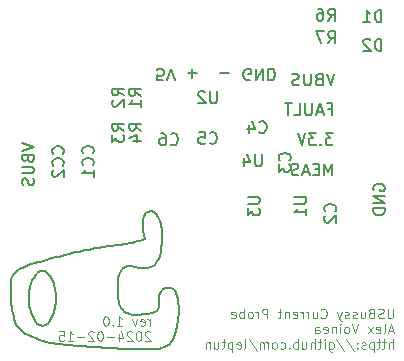
<source format=gbo>
G04 #@! TF.GenerationSoftware,KiCad,Pcbnew,7.0.9*
G04 #@! TF.CreationDate,2024-02-16T12:23:22+01:00*
G04 #@! TF.ProjectId,USBussy_Current_Probe,55534275-7373-4795-9f43-757272656e74,1.0*
G04 #@! TF.SameCoordinates,Original*
G04 #@! TF.FileFunction,Legend,Bot*
G04 #@! TF.FilePolarity,Positive*
%FSLAX46Y46*%
G04 Gerber Fmt 4.6, Leading zero omitted, Abs format (unit mm)*
G04 Created by KiCad (PCBNEW 7.0.9) date 2024-02-16 12:23:22*
%MOMM*%
%LPD*%
G01*
G04 APERTURE LIST*
%ADD10C,0.150000*%
%ADD11C,0.120000*%
%ADD12C,0.200000*%
%ADD13R,1.700000X1.700000*%
%ADD14O,1.700000X1.700000*%
%ADD15C,0.650000*%
%ADD16C,1.545000*%
%ADD17C,3.570000*%
G04 APERTURE END LIST*
D10*
X60259238Y-74012588D02*
X60211619Y-73917350D01*
X60211619Y-73917350D02*
X60211619Y-73774493D01*
X60211619Y-73774493D02*
X60259238Y-73631636D01*
X60259238Y-73631636D02*
X60354476Y-73536398D01*
X60354476Y-73536398D02*
X60449714Y-73488779D01*
X60449714Y-73488779D02*
X60640190Y-73441160D01*
X60640190Y-73441160D02*
X60783047Y-73441160D01*
X60783047Y-73441160D02*
X60973523Y-73488779D01*
X60973523Y-73488779D02*
X61068761Y-73536398D01*
X61068761Y-73536398D02*
X61164000Y-73631636D01*
X61164000Y-73631636D02*
X61211619Y-73774493D01*
X61211619Y-73774493D02*
X61211619Y-73869731D01*
X61211619Y-73869731D02*
X61164000Y-74012588D01*
X61164000Y-74012588D02*
X61116380Y-74060207D01*
X61116380Y-74060207D02*
X60783047Y-74060207D01*
X60783047Y-74060207D02*
X60783047Y-73869731D01*
X61211619Y-74488779D02*
X60211619Y-74488779D01*
X60211619Y-74488779D02*
X61211619Y-75060207D01*
X61211619Y-75060207D02*
X60211619Y-75060207D01*
X61211619Y-75536398D02*
X60211619Y-75536398D01*
X60211619Y-75536398D02*
X60211619Y-75774493D01*
X60211619Y-75774493D02*
X60259238Y-75917350D01*
X60259238Y-75917350D02*
X60354476Y-76012588D01*
X60354476Y-76012588D02*
X60449714Y-76060207D01*
X60449714Y-76060207D02*
X60640190Y-76107826D01*
X60640190Y-76107826D02*
X60783047Y-76107826D01*
X60783047Y-76107826D02*
X60973523Y-76060207D01*
X60973523Y-76060207D02*
X61068761Y-76012588D01*
X61068761Y-76012588D02*
X61164000Y-75917350D01*
X61164000Y-75917350D02*
X61211619Y-75774493D01*
X61211619Y-75774493D02*
X61211619Y-75536398D01*
X56762420Y-72743219D02*
X56762420Y-71743219D01*
X56762420Y-71743219D02*
X56429087Y-72457504D01*
X56429087Y-72457504D02*
X56095754Y-71743219D01*
X56095754Y-71743219D02*
X56095754Y-72743219D01*
X55619563Y-72219409D02*
X55286230Y-72219409D01*
X55143373Y-72743219D02*
X55619563Y-72743219D01*
X55619563Y-72743219D02*
X55619563Y-71743219D01*
X55619563Y-71743219D02*
X55143373Y-71743219D01*
X54762420Y-72457504D02*
X54286230Y-72457504D01*
X54857658Y-72743219D02*
X54524325Y-71743219D01*
X54524325Y-71743219D02*
X54190992Y-72743219D01*
X53905277Y-72695600D02*
X53762420Y-72743219D01*
X53762420Y-72743219D02*
X53524325Y-72743219D01*
X53524325Y-72743219D02*
X53429087Y-72695600D01*
X53429087Y-72695600D02*
X53381468Y-72647980D01*
X53381468Y-72647980D02*
X53333849Y-72552742D01*
X53333849Y-72552742D02*
X53333849Y-72457504D01*
X53333849Y-72457504D02*
X53381468Y-72362266D01*
X53381468Y-72362266D02*
X53429087Y-72314647D01*
X53429087Y-72314647D02*
X53524325Y-72267028D01*
X53524325Y-72267028D02*
X53714801Y-72219409D01*
X53714801Y-72219409D02*
X53810039Y-72171790D01*
X53810039Y-72171790D02*
X53857658Y-72124171D01*
X53857658Y-72124171D02*
X53905277Y-72028933D01*
X53905277Y-72028933D02*
X53905277Y-71933695D01*
X53905277Y-71933695D02*
X53857658Y-71838457D01*
X53857658Y-71838457D02*
X53810039Y-71790838D01*
X53810039Y-71790838D02*
X53714801Y-71743219D01*
X53714801Y-71743219D02*
X53476706Y-71743219D01*
X53476706Y-71743219D02*
X53333849Y-71790838D01*
X56832258Y-69177819D02*
X56213211Y-69177819D01*
X56213211Y-69177819D02*
X56546544Y-69558771D01*
X56546544Y-69558771D02*
X56403687Y-69558771D01*
X56403687Y-69558771D02*
X56308449Y-69606390D01*
X56308449Y-69606390D02*
X56260830Y-69654009D01*
X56260830Y-69654009D02*
X56213211Y-69749247D01*
X56213211Y-69749247D02*
X56213211Y-69987342D01*
X56213211Y-69987342D02*
X56260830Y-70082580D01*
X56260830Y-70082580D02*
X56308449Y-70130200D01*
X56308449Y-70130200D02*
X56403687Y-70177819D01*
X56403687Y-70177819D02*
X56689401Y-70177819D01*
X56689401Y-70177819D02*
X56784639Y-70130200D01*
X56784639Y-70130200D02*
X56832258Y-70082580D01*
X55784639Y-70082580D02*
X55737020Y-70130200D01*
X55737020Y-70130200D02*
X55784639Y-70177819D01*
X55784639Y-70177819D02*
X55832258Y-70130200D01*
X55832258Y-70130200D02*
X55784639Y-70082580D01*
X55784639Y-70082580D02*
X55784639Y-70177819D01*
X55403687Y-69177819D02*
X54784640Y-69177819D01*
X54784640Y-69177819D02*
X55117973Y-69558771D01*
X55117973Y-69558771D02*
X54975116Y-69558771D01*
X54975116Y-69558771D02*
X54879878Y-69606390D01*
X54879878Y-69606390D02*
X54832259Y-69654009D01*
X54832259Y-69654009D02*
X54784640Y-69749247D01*
X54784640Y-69749247D02*
X54784640Y-69987342D01*
X54784640Y-69987342D02*
X54832259Y-70082580D01*
X54832259Y-70082580D02*
X54879878Y-70130200D01*
X54879878Y-70130200D02*
X54975116Y-70177819D01*
X54975116Y-70177819D02*
X55260830Y-70177819D01*
X55260830Y-70177819D02*
X55356068Y-70130200D01*
X55356068Y-70130200D02*
X55403687Y-70082580D01*
X54498925Y-69177819D02*
X54165592Y-70177819D01*
X54165592Y-70177819D02*
X53832259Y-69177819D01*
X56429087Y-67114009D02*
X56762420Y-67114009D01*
X56762420Y-67637819D02*
X56762420Y-66637819D01*
X56762420Y-66637819D02*
X56286230Y-66637819D01*
X55952896Y-67352104D02*
X55476706Y-67352104D01*
X56048134Y-67637819D02*
X55714801Y-66637819D01*
X55714801Y-66637819D02*
X55381468Y-67637819D01*
X55048134Y-66637819D02*
X55048134Y-67447342D01*
X55048134Y-67447342D02*
X55000515Y-67542580D01*
X55000515Y-67542580D02*
X54952896Y-67590200D01*
X54952896Y-67590200D02*
X54857658Y-67637819D01*
X54857658Y-67637819D02*
X54667182Y-67637819D01*
X54667182Y-67637819D02*
X54571944Y-67590200D01*
X54571944Y-67590200D02*
X54524325Y-67542580D01*
X54524325Y-67542580D02*
X54476706Y-67447342D01*
X54476706Y-67447342D02*
X54476706Y-66637819D01*
X53524325Y-67637819D02*
X54000515Y-67637819D01*
X54000515Y-67637819D02*
X54000515Y-66637819D01*
X53333848Y-66637819D02*
X52762420Y-66637819D01*
X53048134Y-67637819D02*
X53048134Y-66637819D01*
X56956077Y-64123219D02*
X56622744Y-65123219D01*
X56622744Y-65123219D02*
X56289411Y-64123219D01*
X55622744Y-64599409D02*
X55479887Y-64647028D01*
X55479887Y-64647028D02*
X55432268Y-64694647D01*
X55432268Y-64694647D02*
X55384649Y-64789885D01*
X55384649Y-64789885D02*
X55384649Y-64932742D01*
X55384649Y-64932742D02*
X55432268Y-65027980D01*
X55432268Y-65027980D02*
X55479887Y-65075600D01*
X55479887Y-65075600D02*
X55575125Y-65123219D01*
X55575125Y-65123219D02*
X55956077Y-65123219D01*
X55956077Y-65123219D02*
X55956077Y-64123219D01*
X55956077Y-64123219D02*
X55622744Y-64123219D01*
X55622744Y-64123219D02*
X55527506Y-64170838D01*
X55527506Y-64170838D02*
X55479887Y-64218457D01*
X55479887Y-64218457D02*
X55432268Y-64313695D01*
X55432268Y-64313695D02*
X55432268Y-64408933D01*
X55432268Y-64408933D02*
X55479887Y-64504171D01*
X55479887Y-64504171D02*
X55527506Y-64551790D01*
X55527506Y-64551790D02*
X55622744Y-64599409D01*
X55622744Y-64599409D02*
X55956077Y-64599409D01*
X54956077Y-64123219D02*
X54956077Y-64932742D01*
X54956077Y-64932742D02*
X54908458Y-65027980D01*
X54908458Y-65027980D02*
X54860839Y-65075600D01*
X54860839Y-65075600D02*
X54765601Y-65123219D01*
X54765601Y-65123219D02*
X54575125Y-65123219D01*
X54575125Y-65123219D02*
X54479887Y-65075600D01*
X54479887Y-65075600D02*
X54432268Y-65027980D01*
X54432268Y-65027980D02*
X54384649Y-64932742D01*
X54384649Y-64932742D02*
X54384649Y-64123219D01*
X53956077Y-65075600D02*
X53813220Y-65123219D01*
X53813220Y-65123219D02*
X53575125Y-65123219D01*
X53575125Y-65123219D02*
X53479887Y-65075600D01*
X53479887Y-65075600D02*
X53432268Y-65027980D01*
X53432268Y-65027980D02*
X53384649Y-64932742D01*
X53384649Y-64932742D02*
X53384649Y-64837504D01*
X53384649Y-64837504D02*
X53432268Y-64742266D01*
X53432268Y-64742266D02*
X53479887Y-64694647D01*
X53479887Y-64694647D02*
X53575125Y-64647028D01*
X53575125Y-64647028D02*
X53765601Y-64599409D01*
X53765601Y-64599409D02*
X53860839Y-64551790D01*
X53860839Y-64551790D02*
X53908458Y-64504171D01*
X53908458Y-64504171D02*
X53956077Y-64408933D01*
X53956077Y-64408933D02*
X53956077Y-64313695D01*
X53956077Y-64313695D02*
X53908458Y-64218457D01*
X53908458Y-64218457D02*
X53860839Y-64170838D01*
X53860839Y-64170838D02*
X53765601Y-64123219D01*
X53765601Y-64123219D02*
X53527506Y-64123219D01*
X53527506Y-64123219D02*
X53384649Y-64170838D01*
X36503780Y-70885133D02*
X36551400Y-70837514D01*
X36551400Y-70837514D02*
X36599019Y-70694657D01*
X36599019Y-70694657D02*
X36599019Y-70599419D01*
X36599019Y-70599419D02*
X36551400Y-70456562D01*
X36551400Y-70456562D02*
X36456161Y-70361324D01*
X36456161Y-70361324D02*
X36360923Y-70313705D01*
X36360923Y-70313705D02*
X36170447Y-70266086D01*
X36170447Y-70266086D02*
X36027590Y-70266086D01*
X36027590Y-70266086D02*
X35837114Y-70313705D01*
X35837114Y-70313705D02*
X35741876Y-70361324D01*
X35741876Y-70361324D02*
X35646638Y-70456562D01*
X35646638Y-70456562D02*
X35599019Y-70599419D01*
X35599019Y-70599419D02*
X35599019Y-70694657D01*
X35599019Y-70694657D02*
X35646638Y-70837514D01*
X35646638Y-70837514D02*
X35694257Y-70885133D01*
X36503780Y-71885133D02*
X36551400Y-71837514D01*
X36551400Y-71837514D02*
X36599019Y-71694657D01*
X36599019Y-71694657D02*
X36599019Y-71599419D01*
X36599019Y-71599419D02*
X36551400Y-71456562D01*
X36551400Y-71456562D02*
X36456161Y-71361324D01*
X36456161Y-71361324D02*
X36360923Y-71313705D01*
X36360923Y-71313705D02*
X36170447Y-71266086D01*
X36170447Y-71266086D02*
X36027590Y-71266086D01*
X36027590Y-71266086D02*
X35837114Y-71313705D01*
X35837114Y-71313705D02*
X35741876Y-71361324D01*
X35741876Y-71361324D02*
X35646638Y-71456562D01*
X35646638Y-71456562D02*
X35599019Y-71599419D01*
X35599019Y-71599419D02*
X35599019Y-71694657D01*
X35599019Y-71694657D02*
X35646638Y-71837514D01*
X35646638Y-71837514D02*
X35694257Y-71885133D01*
X36599019Y-72837514D02*
X36599019Y-72266086D01*
X36599019Y-72551800D02*
X35599019Y-72551800D01*
X35599019Y-72551800D02*
X35741876Y-72456562D01*
X35741876Y-72456562D02*
X35837114Y-72361324D01*
X35837114Y-72361324D02*
X35884733Y-72266086D01*
X33938380Y-70910533D02*
X33986000Y-70862914D01*
X33986000Y-70862914D02*
X34033619Y-70720057D01*
X34033619Y-70720057D02*
X34033619Y-70624819D01*
X34033619Y-70624819D02*
X33986000Y-70481962D01*
X33986000Y-70481962D02*
X33890761Y-70386724D01*
X33890761Y-70386724D02*
X33795523Y-70339105D01*
X33795523Y-70339105D02*
X33605047Y-70291486D01*
X33605047Y-70291486D02*
X33462190Y-70291486D01*
X33462190Y-70291486D02*
X33271714Y-70339105D01*
X33271714Y-70339105D02*
X33176476Y-70386724D01*
X33176476Y-70386724D02*
X33081238Y-70481962D01*
X33081238Y-70481962D02*
X33033619Y-70624819D01*
X33033619Y-70624819D02*
X33033619Y-70720057D01*
X33033619Y-70720057D02*
X33081238Y-70862914D01*
X33081238Y-70862914D02*
X33128857Y-70910533D01*
X33938380Y-71910533D02*
X33986000Y-71862914D01*
X33986000Y-71862914D02*
X34033619Y-71720057D01*
X34033619Y-71720057D02*
X34033619Y-71624819D01*
X34033619Y-71624819D02*
X33986000Y-71481962D01*
X33986000Y-71481962D02*
X33890761Y-71386724D01*
X33890761Y-71386724D02*
X33795523Y-71339105D01*
X33795523Y-71339105D02*
X33605047Y-71291486D01*
X33605047Y-71291486D02*
X33462190Y-71291486D01*
X33462190Y-71291486D02*
X33271714Y-71339105D01*
X33271714Y-71339105D02*
X33176476Y-71386724D01*
X33176476Y-71386724D02*
X33081238Y-71481962D01*
X33081238Y-71481962D02*
X33033619Y-71624819D01*
X33033619Y-71624819D02*
X33033619Y-71720057D01*
X33033619Y-71720057D02*
X33081238Y-71862914D01*
X33081238Y-71862914D02*
X33128857Y-71910533D01*
X33128857Y-72291486D02*
X33081238Y-72339105D01*
X33081238Y-72339105D02*
X33033619Y-72434343D01*
X33033619Y-72434343D02*
X33033619Y-72672438D01*
X33033619Y-72672438D02*
X33081238Y-72767676D01*
X33081238Y-72767676D02*
X33128857Y-72815295D01*
X33128857Y-72815295D02*
X33224095Y-72862914D01*
X33224095Y-72862914D02*
X33319333Y-72862914D01*
X33319333Y-72862914D02*
X33462190Y-72815295D01*
X33462190Y-72815295D02*
X34033619Y-72243867D01*
X34033619Y-72243867D02*
X34033619Y-72862914D01*
X30493619Y-69997867D02*
X31493619Y-70331200D01*
X31493619Y-70331200D02*
X30493619Y-70664533D01*
X30969809Y-71331200D02*
X31017428Y-71474057D01*
X31017428Y-71474057D02*
X31065047Y-71521676D01*
X31065047Y-71521676D02*
X31160285Y-71569295D01*
X31160285Y-71569295D02*
X31303142Y-71569295D01*
X31303142Y-71569295D02*
X31398380Y-71521676D01*
X31398380Y-71521676D02*
X31446000Y-71474057D01*
X31446000Y-71474057D02*
X31493619Y-71378819D01*
X31493619Y-71378819D02*
X31493619Y-70997867D01*
X31493619Y-70997867D02*
X30493619Y-70997867D01*
X30493619Y-70997867D02*
X30493619Y-71331200D01*
X30493619Y-71331200D02*
X30541238Y-71426438D01*
X30541238Y-71426438D02*
X30588857Y-71474057D01*
X30588857Y-71474057D02*
X30684095Y-71521676D01*
X30684095Y-71521676D02*
X30779333Y-71521676D01*
X30779333Y-71521676D02*
X30874571Y-71474057D01*
X30874571Y-71474057D02*
X30922190Y-71426438D01*
X30922190Y-71426438D02*
X30969809Y-71331200D01*
X30969809Y-71331200D02*
X30969809Y-70997867D01*
X30493619Y-71997867D02*
X31303142Y-71997867D01*
X31303142Y-71997867D02*
X31398380Y-72045486D01*
X31398380Y-72045486D02*
X31446000Y-72093105D01*
X31446000Y-72093105D02*
X31493619Y-72188343D01*
X31493619Y-72188343D02*
X31493619Y-72378819D01*
X31493619Y-72378819D02*
X31446000Y-72474057D01*
X31446000Y-72474057D02*
X31398380Y-72521676D01*
X31398380Y-72521676D02*
X31303142Y-72569295D01*
X31303142Y-72569295D02*
X30493619Y-72569295D01*
X31446000Y-72997867D02*
X31493619Y-73140724D01*
X31493619Y-73140724D02*
X31493619Y-73378819D01*
X31493619Y-73378819D02*
X31446000Y-73474057D01*
X31446000Y-73474057D02*
X31398380Y-73521676D01*
X31398380Y-73521676D02*
X31303142Y-73569295D01*
X31303142Y-73569295D02*
X31207904Y-73569295D01*
X31207904Y-73569295D02*
X31112666Y-73521676D01*
X31112666Y-73521676D02*
X31065047Y-73474057D01*
X31065047Y-73474057D02*
X31017428Y-73378819D01*
X31017428Y-73378819D02*
X30969809Y-73188343D01*
X30969809Y-73188343D02*
X30922190Y-73093105D01*
X30922190Y-73093105D02*
X30874571Y-73045486D01*
X30874571Y-73045486D02*
X30779333Y-72997867D01*
X30779333Y-72997867D02*
X30684095Y-72997867D01*
X30684095Y-72997867D02*
X30588857Y-73045486D01*
X30588857Y-73045486D02*
X30541238Y-73093105D01*
X30541238Y-73093105D02*
X30493619Y-73188343D01*
X30493619Y-73188343D02*
X30493619Y-73426438D01*
X30493619Y-73426438D02*
X30541238Y-73569295D01*
X42437609Y-64705580D02*
X41961419Y-64705580D01*
X41961419Y-64705580D02*
X41913800Y-64229390D01*
X41913800Y-64229390D02*
X41961419Y-64277009D01*
X41961419Y-64277009D02*
X42056657Y-64324628D01*
X42056657Y-64324628D02*
X42294752Y-64324628D01*
X42294752Y-64324628D02*
X42389990Y-64277009D01*
X42389990Y-64277009D02*
X42437609Y-64229390D01*
X42437609Y-64229390D02*
X42485228Y-64134152D01*
X42485228Y-64134152D02*
X42485228Y-63896057D01*
X42485228Y-63896057D02*
X42437609Y-63800819D01*
X42437609Y-63800819D02*
X42389990Y-63753200D01*
X42389990Y-63753200D02*
X42294752Y-63705580D01*
X42294752Y-63705580D02*
X42056657Y-63705580D01*
X42056657Y-63705580D02*
X41961419Y-63753200D01*
X41961419Y-63753200D02*
X41913800Y-63800819D01*
X42770943Y-64705580D02*
X43104276Y-63705580D01*
X43104276Y-63705580D02*
X43437609Y-64705580D01*
X44532848Y-64086533D02*
X45294753Y-64086533D01*
X44913800Y-63705580D02*
X44913800Y-64467485D01*
X47294753Y-64086533D02*
X48056658Y-64086533D01*
X49818562Y-64657961D02*
X49723324Y-64705580D01*
X49723324Y-64705580D02*
X49580467Y-64705580D01*
X49580467Y-64705580D02*
X49437610Y-64657961D01*
X49437610Y-64657961D02*
X49342372Y-64562723D01*
X49342372Y-64562723D02*
X49294753Y-64467485D01*
X49294753Y-64467485D02*
X49247134Y-64277009D01*
X49247134Y-64277009D02*
X49247134Y-64134152D01*
X49247134Y-64134152D02*
X49294753Y-63943676D01*
X49294753Y-63943676D02*
X49342372Y-63848438D01*
X49342372Y-63848438D02*
X49437610Y-63753200D01*
X49437610Y-63753200D02*
X49580467Y-63705580D01*
X49580467Y-63705580D02*
X49675705Y-63705580D01*
X49675705Y-63705580D02*
X49818562Y-63753200D01*
X49818562Y-63753200D02*
X49866181Y-63800819D01*
X49866181Y-63800819D02*
X49866181Y-64134152D01*
X49866181Y-64134152D02*
X49675705Y-64134152D01*
X50294753Y-63705580D02*
X50294753Y-64705580D01*
X50294753Y-64705580D02*
X50866181Y-63705580D01*
X50866181Y-63705580D02*
X50866181Y-64705580D01*
X51342372Y-63705580D02*
X51342372Y-64705580D01*
X51342372Y-64705580D02*
X51580467Y-64705580D01*
X51580467Y-64705580D02*
X51723324Y-64657961D01*
X51723324Y-64657961D02*
X51818562Y-64562723D01*
X51818562Y-64562723D02*
X51866181Y-64467485D01*
X51866181Y-64467485D02*
X51913800Y-64277009D01*
X51913800Y-64277009D02*
X51913800Y-64134152D01*
X51913800Y-64134152D02*
X51866181Y-63943676D01*
X51866181Y-63943676D02*
X51818562Y-63848438D01*
X51818562Y-63848438D02*
X51723324Y-63753200D01*
X51723324Y-63753200D02*
X51580467Y-63705580D01*
X51580467Y-63705580D02*
X51342372Y-63705580D01*
D11*
X41335776Y-85450455D02*
X41335776Y-84917121D01*
X41335776Y-85069502D02*
X41297681Y-84993312D01*
X41297681Y-84993312D02*
X41259586Y-84955217D01*
X41259586Y-84955217D02*
X41183395Y-84917121D01*
X41183395Y-84917121D02*
X41107205Y-84917121D01*
X40535776Y-85412360D02*
X40611967Y-85450455D01*
X40611967Y-85450455D02*
X40764348Y-85450455D01*
X40764348Y-85450455D02*
X40840538Y-85412360D01*
X40840538Y-85412360D02*
X40878634Y-85336169D01*
X40878634Y-85336169D02*
X40878634Y-85031407D01*
X40878634Y-85031407D02*
X40840538Y-84955217D01*
X40840538Y-84955217D02*
X40764348Y-84917121D01*
X40764348Y-84917121D02*
X40611967Y-84917121D01*
X40611967Y-84917121D02*
X40535776Y-84955217D01*
X40535776Y-84955217D02*
X40497681Y-85031407D01*
X40497681Y-85031407D02*
X40497681Y-85107598D01*
X40497681Y-85107598D02*
X40878634Y-85183788D01*
X40231015Y-84917121D02*
X40040539Y-85450455D01*
X40040539Y-85450455D02*
X39850062Y-84917121D01*
X38516729Y-85450455D02*
X38973872Y-85450455D01*
X38745300Y-85450455D02*
X38745300Y-84650455D01*
X38745300Y-84650455D02*
X38821491Y-84764740D01*
X38821491Y-84764740D02*
X38897681Y-84840931D01*
X38897681Y-84840931D02*
X38973872Y-84879026D01*
X38173871Y-85374264D02*
X38135776Y-85412360D01*
X38135776Y-85412360D02*
X38173871Y-85450455D01*
X38173871Y-85450455D02*
X38211967Y-85412360D01*
X38211967Y-85412360D02*
X38173871Y-85374264D01*
X38173871Y-85374264D02*
X38173871Y-85450455D01*
X37640538Y-84650455D02*
X37564348Y-84650455D01*
X37564348Y-84650455D02*
X37488157Y-84688550D01*
X37488157Y-84688550D02*
X37450062Y-84726645D01*
X37450062Y-84726645D02*
X37411967Y-84802836D01*
X37411967Y-84802836D02*
X37373872Y-84955217D01*
X37373872Y-84955217D02*
X37373872Y-85145693D01*
X37373872Y-85145693D02*
X37411967Y-85298074D01*
X37411967Y-85298074D02*
X37450062Y-85374264D01*
X37450062Y-85374264D02*
X37488157Y-85412360D01*
X37488157Y-85412360D02*
X37564348Y-85450455D01*
X37564348Y-85450455D02*
X37640538Y-85450455D01*
X37640538Y-85450455D02*
X37716729Y-85412360D01*
X37716729Y-85412360D02*
X37754824Y-85374264D01*
X37754824Y-85374264D02*
X37792919Y-85298074D01*
X37792919Y-85298074D02*
X37831015Y-85145693D01*
X37831015Y-85145693D02*
X37831015Y-84955217D01*
X37831015Y-84955217D02*
X37792919Y-84802836D01*
X37792919Y-84802836D02*
X37754824Y-84726645D01*
X37754824Y-84726645D02*
X37716729Y-84688550D01*
X37716729Y-84688550D02*
X37640538Y-84650455D01*
X41373872Y-86014645D02*
X41335776Y-85976550D01*
X41335776Y-85976550D02*
X41259586Y-85938455D01*
X41259586Y-85938455D02*
X41069110Y-85938455D01*
X41069110Y-85938455D02*
X40992919Y-85976550D01*
X40992919Y-85976550D02*
X40954824Y-86014645D01*
X40954824Y-86014645D02*
X40916729Y-86090836D01*
X40916729Y-86090836D02*
X40916729Y-86167026D01*
X40916729Y-86167026D02*
X40954824Y-86281312D01*
X40954824Y-86281312D02*
X41411967Y-86738455D01*
X41411967Y-86738455D02*
X40916729Y-86738455D01*
X40421490Y-85938455D02*
X40345300Y-85938455D01*
X40345300Y-85938455D02*
X40269109Y-85976550D01*
X40269109Y-85976550D02*
X40231014Y-86014645D01*
X40231014Y-86014645D02*
X40192919Y-86090836D01*
X40192919Y-86090836D02*
X40154824Y-86243217D01*
X40154824Y-86243217D02*
X40154824Y-86433693D01*
X40154824Y-86433693D02*
X40192919Y-86586074D01*
X40192919Y-86586074D02*
X40231014Y-86662264D01*
X40231014Y-86662264D02*
X40269109Y-86700360D01*
X40269109Y-86700360D02*
X40345300Y-86738455D01*
X40345300Y-86738455D02*
X40421490Y-86738455D01*
X40421490Y-86738455D02*
X40497681Y-86700360D01*
X40497681Y-86700360D02*
X40535776Y-86662264D01*
X40535776Y-86662264D02*
X40573871Y-86586074D01*
X40573871Y-86586074D02*
X40611967Y-86433693D01*
X40611967Y-86433693D02*
X40611967Y-86243217D01*
X40611967Y-86243217D02*
X40573871Y-86090836D01*
X40573871Y-86090836D02*
X40535776Y-86014645D01*
X40535776Y-86014645D02*
X40497681Y-85976550D01*
X40497681Y-85976550D02*
X40421490Y-85938455D01*
X39850062Y-86014645D02*
X39811966Y-85976550D01*
X39811966Y-85976550D02*
X39735776Y-85938455D01*
X39735776Y-85938455D02*
X39545300Y-85938455D01*
X39545300Y-85938455D02*
X39469109Y-85976550D01*
X39469109Y-85976550D02*
X39431014Y-86014645D01*
X39431014Y-86014645D02*
X39392919Y-86090836D01*
X39392919Y-86090836D02*
X39392919Y-86167026D01*
X39392919Y-86167026D02*
X39431014Y-86281312D01*
X39431014Y-86281312D02*
X39888157Y-86738455D01*
X39888157Y-86738455D02*
X39392919Y-86738455D01*
X38707204Y-86205121D02*
X38707204Y-86738455D01*
X38897680Y-85900360D02*
X39088157Y-86471788D01*
X39088157Y-86471788D02*
X38592918Y-86471788D01*
X38288156Y-86433693D02*
X37678633Y-86433693D01*
X37145299Y-85938455D02*
X37069109Y-85938455D01*
X37069109Y-85938455D02*
X36992918Y-85976550D01*
X36992918Y-85976550D02*
X36954823Y-86014645D01*
X36954823Y-86014645D02*
X36916728Y-86090836D01*
X36916728Y-86090836D02*
X36878633Y-86243217D01*
X36878633Y-86243217D02*
X36878633Y-86433693D01*
X36878633Y-86433693D02*
X36916728Y-86586074D01*
X36916728Y-86586074D02*
X36954823Y-86662264D01*
X36954823Y-86662264D02*
X36992918Y-86700360D01*
X36992918Y-86700360D02*
X37069109Y-86738455D01*
X37069109Y-86738455D02*
X37145299Y-86738455D01*
X37145299Y-86738455D02*
X37221490Y-86700360D01*
X37221490Y-86700360D02*
X37259585Y-86662264D01*
X37259585Y-86662264D02*
X37297680Y-86586074D01*
X37297680Y-86586074D02*
X37335776Y-86433693D01*
X37335776Y-86433693D02*
X37335776Y-86243217D01*
X37335776Y-86243217D02*
X37297680Y-86090836D01*
X37297680Y-86090836D02*
X37259585Y-86014645D01*
X37259585Y-86014645D02*
X37221490Y-85976550D01*
X37221490Y-85976550D02*
X37145299Y-85938455D01*
X36573871Y-86014645D02*
X36535775Y-85976550D01*
X36535775Y-85976550D02*
X36459585Y-85938455D01*
X36459585Y-85938455D02*
X36269109Y-85938455D01*
X36269109Y-85938455D02*
X36192918Y-85976550D01*
X36192918Y-85976550D02*
X36154823Y-86014645D01*
X36154823Y-86014645D02*
X36116728Y-86090836D01*
X36116728Y-86090836D02*
X36116728Y-86167026D01*
X36116728Y-86167026D02*
X36154823Y-86281312D01*
X36154823Y-86281312D02*
X36611966Y-86738455D01*
X36611966Y-86738455D02*
X36116728Y-86738455D01*
X35773870Y-86433693D02*
X35164347Y-86433693D01*
X34364347Y-86738455D02*
X34821490Y-86738455D01*
X34592918Y-86738455D02*
X34592918Y-85938455D01*
X34592918Y-85938455D02*
X34669109Y-86052740D01*
X34669109Y-86052740D02*
X34745299Y-86128931D01*
X34745299Y-86128931D02*
X34821490Y-86167026D01*
X33640537Y-85938455D02*
X34021489Y-85938455D01*
X34021489Y-85938455D02*
X34059585Y-86319407D01*
X34059585Y-86319407D02*
X34021489Y-86281312D01*
X34021489Y-86281312D02*
X33945299Y-86243217D01*
X33945299Y-86243217D02*
X33754823Y-86243217D01*
X33754823Y-86243217D02*
X33678632Y-86281312D01*
X33678632Y-86281312D02*
X33640537Y-86319407D01*
X33640537Y-86319407D02*
X33602442Y-86395598D01*
X33602442Y-86395598D02*
X33602442Y-86586074D01*
X33602442Y-86586074D02*
X33640537Y-86662264D01*
X33640537Y-86662264D02*
X33678632Y-86700360D01*
X33678632Y-86700360D02*
X33754823Y-86738455D01*
X33754823Y-86738455D02*
X33945299Y-86738455D01*
X33945299Y-86738455D02*
X34021489Y-86700360D01*
X34021489Y-86700360D02*
X34059585Y-86662264D01*
X61909776Y-84022855D02*
X61909776Y-84670474D01*
X61909776Y-84670474D02*
X61871681Y-84746664D01*
X61871681Y-84746664D02*
X61833586Y-84784760D01*
X61833586Y-84784760D02*
X61757395Y-84822855D01*
X61757395Y-84822855D02*
X61605014Y-84822855D01*
X61605014Y-84822855D02*
X61528824Y-84784760D01*
X61528824Y-84784760D02*
X61490729Y-84746664D01*
X61490729Y-84746664D02*
X61452633Y-84670474D01*
X61452633Y-84670474D02*
X61452633Y-84022855D01*
X61109777Y-84784760D02*
X60995491Y-84822855D01*
X60995491Y-84822855D02*
X60805015Y-84822855D01*
X60805015Y-84822855D02*
X60728824Y-84784760D01*
X60728824Y-84784760D02*
X60690729Y-84746664D01*
X60690729Y-84746664D02*
X60652634Y-84670474D01*
X60652634Y-84670474D02*
X60652634Y-84594283D01*
X60652634Y-84594283D02*
X60690729Y-84518093D01*
X60690729Y-84518093D02*
X60728824Y-84479998D01*
X60728824Y-84479998D02*
X60805015Y-84441902D01*
X60805015Y-84441902D02*
X60957396Y-84403807D01*
X60957396Y-84403807D02*
X61033586Y-84365712D01*
X61033586Y-84365712D02*
X61071681Y-84327617D01*
X61071681Y-84327617D02*
X61109777Y-84251426D01*
X61109777Y-84251426D02*
X61109777Y-84175236D01*
X61109777Y-84175236D02*
X61071681Y-84099045D01*
X61071681Y-84099045D02*
X61033586Y-84060950D01*
X61033586Y-84060950D02*
X60957396Y-84022855D01*
X60957396Y-84022855D02*
X60766919Y-84022855D01*
X60766919Y-84022855D02*
X60652634Y-84060950D01*
X60043110Y-84403807D02*
X59928824Y-84441902D01*
X59928824Y-84441902D02*
X59890729Y-84479998D01*
X59890729Y-84479998D02*
X59852633Y-84556188D01*
X59852633Y-84556188D02*
X59852633Y-84670474D01*
X59852633Y-84670474D02*
X59890729Y-84746664D01*
X59890729Y-84746664D02*
X59928824Y-84784760D01*
X59928824Y-84784760D02*
X60005014Y-84822855D01*
X60005014Y-84822855D02*
X60309776Y-84822855D01*
X60309776Y-84822855D02*
X60309776Y-84022855D01*
X60309776Y-84022855D02*
X60043110Y-84022855D01*
X60043110Y-84022855D02*
X59966919Y-84060950D01*
X59966919Y-84060950D02*
X59928824Y-84099045D01*
X59928824Y-84099045D02*
X59890729Y-84175236D01*
X59890729Y-84175236D02*
X59890729Y-84251426D01*
X59890729Y-84251426D02*
X59928824Y-84327617D01*
X59928824Y-84327617D02*
X59966919Y-84365712D01*
X59966919Y-84365712D02*
X60043110Y-84403807D01*
X60043110Y-84403807D02*
X60309776Y-84403807D01*
X59166919Y-84289521D02*
X59166919Y-84822855D01*
X59509776Y-84289521D02*
X59509776Y-84708569D01*
X59509776Y-84708569D02*
X59471681Y-84784760D01*
X59471681Y-84784760D02*
X59395491Y-84822855D01*
X59395491Y-84822855D02*
X59281205Y-84822855D01*
X59281205Y-84822855D02*
X59205014Y-84784760D01*
X59205014Y-84784760D02*
X59166919Y-84746664D01*
X58824062Y-84784760D02*
X58747871Y-84822855D01*
X58747871Y-84822855D02*
X58595490Y-84822855D01*
X58595490Y-84822855D02*
X58519300Y-84784760D01*
X58519300Y-84784760D02*
X58481204Y-84708569D01*
X58481204Y-84708569D02*
X58481204Y-84670474D01*
X58481204Y-84670474D02*
X58519300Y-84594283D01*
X58519300Y-84594283D02*
X58595490Y-84556188D01*
X58595490Y-84556188D02*
X58709776Y-84556188D01*
X58709776Y-84556188D02*
X58785966Y-84518093D01*
X58785966Y-84518093D02*
X58824062Y-84441902D01*
X58824062Y-84441902D02*
X58824062Y-84403807D01*
X58824062Y-84403807D02*
X58785966Y-84327617D01*
X58785966Y-84327617D02*
X58709776Y-84289521D01*
X58709776Y-84289521D02*
X58595490Y-84289521D01*
X58595490Y-84289521D02*
X58519300Y-84327617D01*
X58176443Y-84784760D02*
X58100252Y-84822855D01*
X58100252Y-84822855D02*
X57947871Y-84822855D01*
X57947871Y-84822855D02*
X57871681Y-84784760D01*
X57871681Y-84784760D02*
X57833585Y-84708569D01*
X57833585Y-84708569D02*
X57833585Y-84670474D01*
X57833585Y-84670474D02*
X57871681Y-84594283D01*
X57871681Y-84594283D02*
X57947871Y-84556188D01*
X57947871Y-84556188D02*
X58062157Y-84556188D01*
X58062157Y-84556188D02*
X58138347Y-84518093D01*
X58138347Y-84518093D02*
X58176443Y-84441902D01*
X58176443Y-84441902D02*
X58176443Y-84403807D01*
X58176443Y-84403807D02*
X58138347Y-84327617D01*
X58138347Y-84327617D02*
X58062157Y-84289521D01*
X58062157Y-84289521D02*
X57947871Y-84289521D01*
X57947871Y-84289521D02*
X57871681Y-84327617D01*
X57566919Y-84289521D02*
X57376443Y-84822855D01*
X57185966Y-84289521D02*
X57376443Y-84822855D01*
X57376443Y-84822855D02*
X57452633Y-85013331D01*
X57452633Y-85013331D02*
X57490728Y-85051426D01*
X57490728Y-85051426D02*
X57566919Y-85089521D01*
X55814537Y-84746664D02*
X55852633Y-84784760D01*
X55852633Y-84784760D02*
X55966918Y-84822855D01*
X55966918Y-84822855D02*
X56043109Y-84822855D01*
X56043109Y-84822855D02*
X56157395Y-84784760D01*
X56157395Y-84784760D02*
X56233585Y-84708569D01*
X56233585Y-84708569D02*
X56271680Y-84632379D01*
X56271680Y-84632379D02*
X56309776Y-84479998D01*
X56309776Y-84479998D02*
X56309776Y-84365712D01*
X56309776Y-84365712D02*
X56271680Y-84213331D01*
X56271680Y-84213331D02*
X56233585Y-84137140D01*
X56233585Y-84137140D02*
X56157395Y-84060950D01*
X56157395Y-84060950D02*
X56043109Y-84022855D01*
X56043109Y-84022855D02*
X55966918Y-84022855D01*
X55966918Y-84022855D02*
X55852633Y-84060950D01*
X55852633Y-84060950D02*
X55814537Y-84099045D01*
X55128823Y-84289521D02*
X55128823Y-84822855D01*
X55471680Y-84289521D02*
X55471680Y-84708569D01*
X55471680Y-84708569D02*
X55433585Y-84784760D01*
X55433585Y-84784760D02*
X55357395Y-84822855D01*
X55357395Y-84822855D02*
X55243109Y-84822855D01*
X55243109Y-84822855D02*
X55166918Y-84784760D01*
X55166918Y-84784760D02*
X55128823Y-84746664D01*
X54747870Y-84822855D02*
X54747870Y-84289521D01*
X54747870Y-84441902D02*
X54709775Y-84365712D01*
X54709775Y-84365712D02*
X54671680Y-84327617D01*
X54671680Y-84327617D02*
X54595489Y-84289521D01*
X54595489Y-84289521D02*
X54519299Y-84289521D01*
X54252632Y-84822855D02*
X54252632Y-84289521D01*
X54252632Y-84441902D02*
X54214537Y-84365712D01*
X54214537Y-84365712D02*
X54176442Y-84327617D01*
X54176442Y-84327617D02*
X54100251Y-84289521D01*
X54100251Y-84289521D02*
X54024061Y-84289521D01*
X53452632Y-84784760D02*
X53528823Y-84822855D01*
X53528823Y-84822855D02*
X53681204Y-84822855D01*
X53681204Y-84822855D02*
X53757394Y-84784760D01*
X53757394Y-84784760D02*
X53795490Y-84708569D01*
X53795490Y-84708569D02*
X53795490Y-84403807D01*
X53795490Y-84403807D02*
X53757394Y-84327617D01*
X53757394Y-84327617D02*
X53681204Y-84289521D01*
X53681204Y-84289521D02*
X53528823Y-84289521D01*
X53528823Y-84289521D02*
X53452632Y-84327617D01*
X53452632Y-84327617D02*
X53414537Y-84403807D01*
X53414537Y-84403807D02*
X53414537Y-84479998D01*
X53414537Y-84479998D02*
X53795490Y-84556188D01*
X53071680Y-84289521D02*
X53071680Y-84822855D01*
X53071680Y-84365712D02*
X53033585Y-84327617D01*
X53033585Y-84327617D02*
X52957395Y-84289521D01*
X52957395Y-84289521D02*
X52843109Y-84289521D01*
X52843109Y-84289521D02*
X52766918Y-84327617D01*
X52766918Y-84327617D02*
X52728823Y-84403807D01*
X52728823Y-84403807D02*
X52728823Y-84822855D01*
X52462156Y-84289521D02*
X52157394Y-84289521D01*
X52347870Y-84022855D02*
X52347870Y-84708569D01*
X52347870Y-84708569D02*
X52309775Y-84784760D01*
X52309775Y-84784760D02*
X52233585Y-84822855D01*
X52233585Y-84822855D02*
X52157394Y-84822855D01*
X51281203Y-84822855D02*
X51281203Y-84022855D01*
X51281203Y-84022855D02*
X50976441Y-84022855D01*
X50976441Y-84022855D02*
X50900251Y-84060950D01*
X50900251Y-84060950D02*
X50862156Y-84099045D01*
X50862156Y-84099045D02*
X50824060Y-84175236D01*
X50824060Y-84175236D02*
X50824060Y-84289521D01*
X50824060Y-84289521D02*
X50862156Y-84365712D01*
X50862156Y-84365712D02*
X50900251Y-84403807D01*
X50900251Y-84403807D02*
X50976441Y-84441902D01*
X50976441Y-84441902D02*
X51281203Y-84441902D01*
X50481203Y-84822855D02*
X50481203Y-84289521D01*
X50481203Y-84441902D02*
X50443108Y-84365712D01*
X50443108Y-84365712D02*
X50405013Y-84327617D01*
X50405013Y-84327617D02*
X50328822Y-84289521D01*
X50328822Y-84289521D02*
X50252632Y-84289521D01*
X49871680Y-84822855D02*
X49947870Y-84784760D01*
X49947870Y-84784760D02*
X49985965Y-84746664D01*
X49985965Y-84746664D02*
X50024061Y-84670474D01*
X50024061Y-84670474D02*
X50024061Y-84441902D01*
X50024061Y-84441902D02*
X49985965Y-84365712D01*
X49985965Y-84365712D02*
X49947870Y-84327617D01*
X49947870Y-84327617D02*
X49871680Y-84289521D01*
X49871680Y-84289521D02*
X49757394Y-84289521D01*
X49757394Y-84289521D02*
X49681203Y-84327617D01*
X49681203Y-84327617D02*
X49643108Y-84365712D01*
X49643108Y-84365712D02*
X49605013Y-84441902D01*
X49605013Y-84441902D02*
X49605013Y-84670474D01*
X49605013Y-84670474D02*
X49643108Y-84746664D01*
X49643108Y-84746664D02*
X49681203Y-84784760D01*
X49681203Y-84784760D02*
X49757394Y-84822855D01*
X49757394Y-84822855D02*
X49871680Y-84822855D01*
X49262155Y-84822855D02*
X49262155Y-84022855D01*
X49262155Y-84327617D02*
X49185965Y-84289521D01*
X49185965Y-84289521D02*
X49033584Y-84289521D01*
X49033584Y-84289521D02*
X48957393Y-84327617D01*
X48957393Y-84327617D02*
X48919298Y-84365712D01*
X48919298Y-84365712D02*
X48881203Y-84441902D01*
X48881203Y-84441902D02*
X48881203Y-84670474D01*
X48881203Y-84670474D02*
X48919298Y-84746664D01*
X48919298Y-84746664D02*
X48957393Y-84784760D01*
X48957393Y-84784760D02*
X49033584Y-84822855D01*
X49033584Y-84822855D02*
X49185965Y-84822855D01*
X49185965Y-84822855D02*
X49262155Y-84784760D01*
X48233583Y-84784760D02*
X48309774Y-84822855D01*
X48309774Y-84822855D02*
X48462155Y-84822855D01*
X48462155Y-84822855D02*
X48538345Y-84784760D01*
X48538345Y-84784760D02*
X48576441Y-84708569D01*
X48576441Y-84708569D02*
X48576441Y-84403807D01*
X48576441Y-84403807D02*
X48538345Y-84327617D01*
X48538345Y-84327617D02*
X48462155Y-84289521D01*
X48462155Y-84289521D02*
X48309774Y-84289521D01*
X48309774Y-84289521D02*
X48233583Y-84327617D01*
X48233583Y-84327617D02*
X48195488Y-84403807D01*
X48195488Y-84403807D02*
X48195488Y-84479998D01*
X48195488Y-84479998D02*
X48576441Y-84556188D01*
X61947872Y-85882283D02*
X61566919Y-85882283D01*
X62024062Y-86110855D02*
X61757395Y-85310855D01*
X61757395Y-85310855D02*
X61490729Y-86110855D01*
X61109777Y-86110855D02*
X61185967Y-86072760D01*
X61185967Y-86072760D02*
X61224062Y-85996569D01*
X61224062Y-85996569D02*
X61224062Y-85310855D01*
X60500252Y-86072760D02*
X60576443Y-86110855D01*
X60576443Y-86110855D02*
X60728824Y-86110855D01*
X60728824Y-86110855D02*
X60805014Y-86072760D01*
X60805014Y-86072760D02*
X60843110Y-85996569D01*
X60843110Y-85996569D02*
X60843110Y-85691807D01*
X60843110Y-85691807D02*
X60805014Y-85615617D01*
X60805014Y-85615617D02*
X60728824Y-85577521D01*
X60728824Y-85577521D02*
X60576443Y-85577521D01*
X60576443Y-85577521D02*
X60500252Y-85615617D01*
X60500252Y-85615617D02*
X60462157Y-85691807D01*
X60462157Y-85691807D02*
X60462157Y-85767998D01*
X60462157Y-85767998D02*
X60843110Y-85844188D01*
X60195491Y-86110855D02*
X59776443Y-85577521D01*
X60195491Y-85577521D02*
X59776443Y-86110855D01*
X58976443Y-85310855D02*
X58709776Y-86110855D01*
X58709776Y-86110855D02*
X58443110Y-85310855D01*
X58062158Y-86110855D02*
X58138348Y-86072760D01*
X58138348Y-86072760D02*
X58176443Y-86034664D01*
X58176443Y-86034664D02*
X58214539Y-85958474D01*
X58214539Y-85958474D02*
X58214539Y-85729902D01*
X58214539Y-85729902D02*
X58176443Y-85653712D01*
X58176443Y-85653712D02*
X58138348Y-85615617D01*
X58138348Y-85615617D02*
X58062158Y-85577521D01*
X58062158Y-85577521D02*
X57947872Y-85577521D01*
X57947872Y-85577521D02*
X57871681Y-85615617D01*
X57871681Y-85615617D02*
X57833586Y-85653712D01*
X57833586Y-85653712D02*
X57795491Y-85729902D01*
X57795491Y-85729902D02*
X57795491Y-85958474D01*
X57795491Y-85958474D02*
X57833586Y-86034664D01*
X57833586Y-86034664D02*
X57871681Y-86072760D01*
X57871681Y-86072760D02*
X57947872Y-86110855D01*
X57947872Y-86110855D02*
X58062158Y-86110855D01*
X57452633Y-86110855D02*
X57452633Y-85577521D01*
X57452633Y-85310855D02*
X57490729Y-85348950D01*
X57490729Y-85348950D02*
X57452633Y-85387045D01*
X57452633Y-85387045D02*
X57414538Y-85348950D01*
X57414538Y-85348950D02*
X57452633Y-85310855D01*
X57452633Y-85310855D02*
X57452633Y-85387045D01*
X57071681Y-85577521D02*
X57071681Y-86110855D01*
X57071681Y-85653712D02*
X57033586Y-85615617D01*
X57033586Y-85615617D02*
X56957396Y-85577521D01*
X56957396Y-85577521D02*
X56843110Y-85577521D01*
X56843110Y-85577521D02*
X56766919Y-85615617D01*
X56766919Y-85615617D02*
X56728824Y-85691807D01*
X56728824Y-85691807D02*
X56728824Y-86110855D01*
X56043109Y-86072760D02*
X56119300Y-86110855D01*
X56119300Y-86110855D02*
X56271681Y-86110855D01*
X56271681Y-86110855D02*
X56347871Y-86072760D01*
X56347871Y-86072760D02*
X56385967Y-85996569D01*
X56385967Y-85996569D02*
X56385967Y-85691807D01*
X56385967Y-85691807D02*
X56347871Y-85615617D01*
X56347871Y-85615617D02*
X56271681Y-85577521D01*
X56271681Y-85577521D02*
X56119300Y-85577521D01*
X56119300Y-85577521D02*
X56043109Y-85615617D01*
X56043109Y-85615617D02*
X56005014Y-85691807D01*
X56005014Y-85691807D02*
X56005014Y-85767998D01*
X56005014Y-85767998D02*
X56385967Y-85844188D01*
X55319300Y-86110855D02*
X55319300Y-85691807D01*
X55319300Y-85691807D02*
X55357395Y-85615617D01*
X55357395Y-85615617D02*
X55433586Y-85577521D01*
X55433586Y-85577521D02*
X55585967Y-85577521D01*
X55585967Y-85577521D02*
X55662157Y-85615617D01*
X55319300Y-86072760D02*
X55395491Y-86110855D01*
X55395491Y-86110855D02*
X55585967Y-86110855D01*
X55585967Y-86110855D02*
X55662157Y-86072760D01*
X55662157Y-86072760D02*
X55700253Y-85996569D01*
X55700253Y-85996569D02*
X55700253Y-85920379D01*
X55700253Y-85920379D02*
X55662157Y-85844188D01*
X55662157Y-85844188D02*
X55585967Y-85806093D01*
X55585967Y-85806093D02*
X55395491Y-85806093D01*
X55395491Y-85806093D02*
X55319300Y-85767998D01*
X61909776Y-87398855D02*
X61909776Y-86598855D01*
X61566919Y-87398855D02*
X61566919Y-86979807D01*
X61566919Y-86979807D02*
X61605014Y-86903617D01*
X61605014Y-86903617D02*
X61681205Y-86865521D01*
X61681205Y-86865521D02*
X61795491Y-86865521D01*
X61795491Y-86865521D02*
X61871681Y-86903617D01*
X61871681Y-86903617D02*
X61909776Y-86941712D01*
X61300252Y-86865521D02*
X60995490Y-86865521D01*
X61185966Y-86598855D02*
X61185966Y-87284569D01*
X61185966Y-87284569D02*
X61147871Y-87360760D01*
X61147871Y-87360760D02*
X61071681Y-87398855D01*
X61071681Y-87398855D02*
X60995490Y-87398855D01*
X60843109Y-86865521D02*
X60538347Y-86865521D01*
X60728823Y-86598855D02*
X60728823Y-87284569D01*
X60728823Y-87284569D02*
X60690728Y-87360760D01*
X60690728Y-87360760D02*
X60614538Y-87398855D01*
X60614538Y-87398855D02*
X60538347Y-87398855D01*
X60271680Y-86865521D02*
X60271680Y-87665521D01*
X60271680Y-86903617D02*
X60195490Y-86865521D01*
X60195490Y-86865521D02*
X60043109Y-86865521D01*
X60043109Y-86865521D02*
X59966918Y-86903617D01*
X59966918Y-86903617D02*
X59928823Y-86941712D01*
X59928823Y-86941712D02*
X59890728Y-87017902D01*
X59890728Y-87017902D02*
X59890728Y-87246474D01*
X59890728Y-87246474D02*
X59928823Y-87322664D01*
X59928823Y-87322664D02*
X59966918Y-87360760D01*
X59966918Y-87360760D02*
X60043109Y-87398855D01*
X60043109Y-87398855D02*
X60195490Y-87398855D01*
X60195490Y-87398855D02*
X60271680Y-87360760D01*
X59585966Y-87360760D02*
X59509775Y-87398855D01*
X59509775Y-87398855D02*
X59357394Y-87398855D01*
X59357394Y-87398855D02*
X59281204Y-87360760D01*
X59281204Y-87360760D02*
X59243108Y-87284569D01*
X59243108Y-87284569D02*
X59243108Y-87246474D01*
X59243108Y-87246474D02*
X59281204Y-87170283D01*
X59281204Y-87170283D02*
X59357394Y-87132188D01*
X59357394Y-87132188D02*
X59471680Y-87132188D01*
X59471680Y-87132188D02*
X59547870Y-87094093D01*
X59547870Y-87094093D02*
X59585966Y-87017902D01*
X59585966Y-87017902D02*
X59585966Y-86979807D01*
X59585966Y-86979807D02*
X59547870Y-86903617D01*
X59547870Y-86903617D02*
X59471680Y-86865521D01*
X59471680Y-86865521D02*
X59357394Y-86865521D01*
X59357394Y-86865521D02*
X59281204Y-86903617D01*
X58900251Y-87322664D02*
X58862156Y-87360760D01*
X58862156Y-87360760D02*
X58900251Y-87398855D01*
X58900251Y-87398855D02*
X58938347Y-87360760D01*
X58938347Y-87360760D02*
X58900251Y-87322664D01*
X58900251Y-87322664D02*
X58900251Y-87398855D01*
X58900251Y-86903617D02*
X58862156Y-86941712D01*
X58862156Y-86941712D02*
X58900251Y-86979807D01*
X58900251Y-86979807D02*
X58938347Y-86941712D01*
X58938347Y-86941712D02*
X58900251Y-86903617D01*
X58900251Y-86903617D02*
X58900251Y-86979807D01*
X57947871Y-86560760D02*
X58633585Y-87589331D01*
X57109776Y-86560760D02*
X57795490Y-87589331D01*
X56500252Y-86865521D02*
X56500252Y-87513140D01*
X56500252Y-87513140D02*
X56538347Y-87589331D01*
X56538347Y-87589331D02*
X56576443Y-87627426D01*
X56576443Y-87627426D02*
X56652633Y-87665521D01*
X56652633Y-87665521D02*
X56766919Y-87665521D01*
X56766919Y-87665521D02*
X56843109Y-87627426D01*
X56500252Y-87360760D02*
X56576443Y-87398855D01*
X56576443Y-87398855D02*
X56728824Y-87398855D01*
X56728824Y-87398855D02*
X56805014Y-87360760D01*
X56805014Y-87360760D02*
X56843109Y-87322664D01*
X56843109Y-87322664D02*
X56881205Y-87246474D01*
X56881205Y-87246474D02*
X56881205Y-87017902D01*
X56881205Y-87017902D02*
X56843109Y-86941712D01*
X56843109Y-86941712D02*
X56805014Y-86903617D01*
X56805014Y-86903617D02*
X56728824Y-86865521D01*
X56728824Y-86865521D02*
X56576443Y-86865521D01*
X56576443Y-86865521D02*
X56500252Y-86903617D01*
X56119299Y-87398855D02*
X56119299Y-86865521D01*
X56119299Y-86598855D02*
X56157395Y-86636950D01*
X56157395Y-86636950D02*
X56119299Y-86675045D01*
X56119299Y-86675045D02*
X56081204Y-86636950D01*
X56081204Y-86636950D02*
X56119299Y-86598855D01*
X56119299Y-86598855D02*
X56119299Y-86675045D01*
X55852633Y-86865521D02*
X55547871Y-86865521D01*
X55738347Y-86598855D02*
X55738347Y-87284569D01*
X55738347Y-87284569D02*
X55700252Y-87360760D01*
X55700252Y-87360760D02*
X55624062Y-87398855D01*
X55624062Y-87398855D02*
X55547871Y-87398855D01*
X55281204Y-87398855D02*
X55281204Y-86598855D01*
X54938347Y-87398855D02*
X54938347Y-86979807D01*
X54938347Y-86979807D02*
X54976442Y-86903617D01*
X54976442Y-86903617D02*
X55052633Y-86865521D01*
X55052633Y-86865521D02*
X55166919Y-86865521D01*
X55166919Y-86865521D02*
X55243109Y-86903617D01*
X55243109Y-86903617D02*
X55281204Y-86941712D01*
X54214537Y-86865521D02*
X54214537Y-87398855D01*
X54557394Y-86865521D02*
X54557394Y-87284569D01*
X54557394Y-87284569D02*
X54519299Y-87360760D01*
X54519299Y-87360760D02*
X54443109Y-87398855D01*
X54443109Y-87398855D02*
X54328823Y-87398855D01*
X54328823Y-87398855D02*
X54252632Y-87360760D01*
X54252632Y-87360760D02*
X54214537Y-87322664D01*
X53833584Y-87398855D02*
X53833584Y-86598855D01*
X53833584Y-86903617D02*
X53757394Y-86865521D01*
X53757394Y-86865521D02*
X53605013Y-86865521D01*
X53605013Y-86865521D02*
X53528822Y-86903617D01*
X53528822Y-86903617D02*
X53490727Y-86941712D01*
X53490727Y-86941712D02*
X53452632Y-87017902D01*
X53452632Y-87017902D02*
X53452632Y-87246474D01*
X53452632Y-87246474D02*
X53490727Y-87322664D01*
X53490727Y-87322664D02*
X53528822Y-87360760D01*
X53528822Y-87360760D02*
X53605013Y-87398855D01*
X53605013Y-87398855D02*
X53757394Y-87398855D01*
X53757394Y-87398855D02*
X53833584Y-87360760D01*
X53109774Y-87322664D02*
X53071679Y-87360760D01*
X53071679Y-87360760D02*
X53109774Y-87398855D01*
X53109774Y-87398855D02*
X53147870Y-87360760D01*
X53147870Y-87360760D02*
X53109774Y-87322664D01*
X53109774Y-87322664D02*
X53109774Y-87398855D01*
X52385965Y-87360760D02*
X52462156Y-87398855D01*
X52462156Y-87398855D02*
X52614537Y-87398855D01*
X52614537Y-87398855D02*
X52690727Y-87360760D01*
X52690727Y-87360760D02*
X52728822Y-87322664D01*
X52728822Y-87322664D02*
X52766918Y-87246474D01*
X52766918Y-87246474D02*
X52766918Y-87017902D01*
X52766918Y-87017902D02*
X52728822Y-86941712D01*
X52728822Y-86941712D02*
X52690727Y-86903617D01*
X52690727Y-86903617D02*
X52614537Y-86865521D01*
X52614537Y-86865521D02*
X52462156Y-86865521D01*
X52462156Y-86865521D02*
X52385965Y-86903617D01*
X51928823Y-87398855D02*
X52005013Y-87360760D01*
X52005013Y-87360760D02*
X52043108Y-87322664D01*
X52043108Y-87322664D02*
X52081204Y-87246474D01*
X52081204Y-87246474D02*
X52081204Y-87017902D01*
X52081204Y-87017902D02*
X52043108Y-86941712D01*
X52043108Y-86941712D02*
X52005013Y-86903617D01*
X52005013Y-86903617D02*
X51928823Y-86865521D01*
X51928823Y-86865521D02*
X51814537Y-86865521D01*
X51814537Y-86865521D02*
X51738346Y-86903617D01*
X51738346Y-86903617D02*
X51700251Y-86941712D01*
X51700251Y-86941712D02*
X51662156Y-87017902D01*
X51662156Y-87017902D02*
X51662156Y-87246474D01*
X51662156Y-87246474D02*
X51700251Y-87322664D01*
X51700251Y-87322664D02*
X51738346Y-87360760D01*
X51738346Y-87360760D02*
X51814537Y-87398855D01*
X51814537Y-87398855D02*
X51928823Y-87398855D01*
X51319298Y-87398855D02*
X51319298Y-86865521D01*
X51319298Y-86941712D02*
X51281203Y-86903617D01*
X51281203Y-86903617D02*
X51205013Y-86865521D01*
X51205013Y-86865521D02*
X51090727Y-86865521D01*
X51090727Y-86865521D02*
X51014536Y-86903617D01*
X51014536Y-86903617D02*
X50976441Y-86979807D01*
X50976441Y-86979807D02*
X50976441Y-87398855D01*
X50976441Y-86979807D02*
X50938346Y-86903617D01*
X50938346Y-86903617D02*
X50862155Y-86865521D01*
X50862155Y-86865521D02*
X50747870Y-86865521D01*
X50747870Y-86865521D02*
X50671679Y-86903617D01*
X50671679Y-86903617D02*
X50633584Y-86979807D01*
X50633584Y-86979807D02*
X50633584Y-87398855D01*
X49681203Y-86560760D02*
X50366917Y-87589331D01*
X49300251Y-87398855D02*
X49376441Y-87360760D01*
X49376441Y-87360760D02*
X49414536Y-87284569D01*
X49414536Y-87284569D02*
X49414536Y-86598855D01*
X48690726Y-87360760D02*
X48766917Y-87398855D01*
X48766917Y-87398855D02*
X48919298Y-87398855D01*
X48919298Y-87398855D02*
X48995488Y-87360760D01*
X48995488Y-87360760D02*
X49033584Y-87284569D01*
X49033584Y-87284569D02*
X49033584Y-86979807D01*
X49033584Y-86979807D02*
X48995488Y-86903617D01*
X48995488Y-86903617D02*
X48919298Y-86865521D01*
X48919298Y-86865521D02*
X48766917Y-86865521D01*
X48766917Y-86865521D02*
X48690726Y-86903617D01*
X48690726Y-86903617D02*
X48652631Y-86979807D01*
X48652631Y-86979807D02*
X48652631Y-87055998D01*
X48652631Y-87055998D02*
X49033584Y-87132188D01*
X48309774Y-86865521D02*
X48309774Y-87665521D01*
X48309774Y-86903617D02*
X48233584Y-86865521D01*
X48233584Y-86865521D02*
X48081203Y-86865521D01*
X48081203Y-86865521D02*
X48005012Y-86903617D01*
X48005012Y-86903617D02*
X47966917Y-86941712D01*
X47966917Y-86941712D02*
X47928822Y-87017902D01*
X47928822Y-87017902D02*
X47928822Y-87246474D01*
X47928822Y-87246474D02*
X47966917Y-87322664D01*
X47966917Y-87322664D02*
X48005012Y-87360760D01*
X48005012Y-87360760D02*
X48081203Y-87398855D01*
X48081203Y-87398855D02*
X48233584Y-87398855D01*
X48233584Y-87398855D02*
X48309774Y-87360760D01*
X47700250Y-86865521D02*
X47395488Y-86865521D01*
X47585964Y-86598855D02*
X47585964Y-87284569D01*
X47585964Y-87284569D02*
X47547869Y-87360760D01*
X47547869Y-87360760D02*
X47471679Y-87398855D01*
X47471679Y-87398855D02*
X47395488Y-87398855D01*
X46785964Y-86865521D02*
X46785964Y-87398855D01*
X47128821Y-86865521D02*
X47128821Y-87284569D01*
X47128821Y-87284569D02*
X47090726Y-87360760D01*
X47090726Y-87360760D02*
X47014536Y-87398855D01*
X47014536Y-87398855D02*
X46900250Y-87398855D01*
X46900250Y-87398855D02*
X46824059Y-87360760D01*
X46824059Y-87360760D02*
X46785964Y-87322664D01*
X46405011Y-86865521D02*
X46405011Y-87398855D01*
X46405011Y-86941712D02*
X46366916Y-86903617D01*
X46366916Y-86903617D02*
X46290726Y-86865521D01*
X46290726Y-86865521D02*
X46176440Y-86865521D01*
X46176440Y-86865521D02*
X46100249Y-86903617D01*
X46100249Y-86903617D02*
X46062154Y-86979807D01*
X46062154Y-86979807D02*
X46062154Y-87398855D01*
D10*
X49619819Y-74549095D02*
X50429342Y-74549095D01*
X50429342Y-74549095D02*
X50524580Y-74596714D01*
X50524580Y-74596714D02*
X50572200Y-74644333D01*
X50572200Y-74644333D02*
X50619819Y-74739571D01*
X50619819Y-74739571D02*
X50619819Y-74930047D01*
X50619819Y-74930047D02*
X50572200Y-75025285D01*
X50572200Y-75025285D02*
X50524580Y-75072904D01*
X50524580Y-75072904D02*
X50429342Y-75120523D01*
X50429342Y-75120523D02*
X49619819Y-75120523D01*
X49619819Y-75501476D02*
X49619819Y-76120523D01*
X49619819Y-76120523D02*
X50000771Y-75787190D01*
X50000771Y-75787190D02*
X50000771Y-75930047D01*
X50000771Y-75930047D02*
X50048390Y-76025285D01*
X50048390Y-76025285D02*
X50096009Y-76072904D01*
X50096009Y-76072904D02*
X50191247Y-76120523D01*
X50191247Y-76120523D02*
X50429342Y-76120523D01*
X50429342Y-76120523D02*
X50524580Y-76072904D01*
X50524580Y-76072904D02*
X50572200Y-76025285D01*
X50572200Y-76025285D02*
X50619819Y-75930047D01*
X50619819Y-75930047D02*
X50619819Y-75644333D01*
X50619819Y-75644333D02*
X50572200Y-75549095D01*
X50572200Y-75549095D02*
X50524580Y-75501476D01*
X60936094Y-59763819D02*
X60936094Y-58763819D01*
X60936094Y-58763819D02*
X60697999Y-58763819D01*
X60697999Y-58763819D02*
X60555142Y-58811438D01*
X60555142Y-58811438D02*
X60459904Y-58906676D01*
X60459904Y-58906676D02*
X60412285Y-59001914D01*
X60412285Y-59001914D02*
X60364666Y-59192390D01*
X60364666Y-59192390D02*
X60364666Y-59335247D01*
X60364666Y-59335247D02*
X60412285Y-59525723D01*
X60412285Y-59525723D02*
X60459904Y-59620961D01*
X60459904Y-59620961D02*
X60555142Y-59716200D01*
X60555142Y-59716200D02*
X60697999Y-59763819D01*
X60697999Y-59763819D02*
X60936094Y-59763819D01*
X59412285Y-59763819D02*
X59983713Y-59763819D01*
X59697999Y-59763819D02*
X59697999Y-58763819D01*
X59697999Y-58763819D02*
X59793237Y-58906676D01*
X59793237Y-58906676D02*
X59888475Y-59001914D01*
X59888475Y-59001914D02*
X59983713Y-59049533D01*
X40586819Y-68946733D02*
X40110628Y-68613400D01*
X40586819Y-68375305D02*
X39586819Y-68375305D01*
X39586819Y-68375305D02*
X39586819Y-68756257D01*
X39586819Y-68756257D02*
X39634438Y-68851495D01*
X39634438Y-68851495D02*
X39682057Y-68899114D01*
X39682057Y-68899114D02*
X39777295Y-68946733D01*
X39777295Y-68946733D02*
X39920152Y-68946733D01*
X39920152Y-68946733D02*
X40015390Y-68899114D01*
X40015390Y-68899114D02*
X40063009Y-68851495D01*
X40063009Y-68851495D02*
X40110628Y-68756257D01*
X40110628Y-68756257D02*
X40110628Y-68375305D01*
X39920152Y-69803876D02*
X40586819Y-69803876D01*
X39539200Y-69565781D02*
X40253485Y-69327686D01*
X40253485Y-69327686D02*
X40253485Y-69946733D01*
X43092666Y-70082580D02*
X43140285Y-70130200D01*
X43140285Y-70130200D02*
X43283142Y-70177819D01*
X43283142Y-70177819D02*
X43378380Y-70177819D01*
X43378380Y-70177819D02*
X43521237Y-70130200D01*
X43521237Y-70130200D02*
X43616475Y-70034961D01*
X43616475Y-70034961D02*
X43664094Y-69939723D01*
X43664094Y-69939723D02*
X43711713Y-69749247D01*
X43711713Y-69749247D02*
X43711713Y-69606390D01*
X43711713Y-69606390D02*
X43664094Y-69415914D01*
X43664094Y-69415914D02*
X43616475Y-69320676D01*
X43616475Y-69320676D02*
X43521237Y-69225438D01*
X43521237Y-69225438D02*
X43378380Y-69177819D01*
X43378380Y-69177819D02*
X43283142Y-69177819D01*
X43283142Y-69177819D02*
X43140285Y-69225438D01*
X43140285Y-69225438D02*
X43092666Y-69273057D01*
X42235523Y-69177819D02*
X42425999Y-69177819D01*
X42425999Y-69177819D02*
X42521237Y-69225438D01*
X42521237Y-69225438D02*
X42568856Y-69273057D01*
X42568856Y-69273057D02*
X42664094Y-69415914D01*
X42664094Y-69415914D02*
X42711713Y-69606390D01*
X42711713Y-69606390D02*
X42711713Y-69987342D01*
X42711713Y-69987342D02*
X42664094Y-70082580D01*
X42664094Y-70082580D02*
X42616475Y-70130200D01*
X42616475Y-70130200D02*
X42521237Y-70177819D01*
X42521237Y-70177819D02*
X42330761Y-70177819D01*
X42330761Y-70177819D02*
X42235523Y-70130200D01*
X42235523Y-70130200D02*
X42187904Y-70082580D01*
X42187904Y-70082580D02*
X42140285Y-69987342D01*
X42140285Y-69987342D02*
X42140285Y-69749247D01*
X42140285Y-69749247D02*
X42187904Y-69654009D01*
X42187904Y-69654009D02*
X42235523Y-69606390D01*
X42235523Y-69606390D02*
X42330761Y-69558771D01*
X42330761Y-69558771D02*
X42521237Y-69558771D01*
X42521237Y-69558771D02*
X42616475Y-69606390D01*
X42616475Y-69606390D02*
X42664094Y-69654009D01*
X42664094Y-69654009D02*
X42711713Y-69749247D01*
X53140780Y-71461333D02*
X53188400Y-71413714D01*
X53188400Y-71413714D02*
X53236019Y-71270857D01*
X53236019Y-71270857D02*
X53236019Y-71175619D01*
X53236019Y-71175619D02*
X53188400Y-71032762D01*
X53188400Y-71032762D02*
X53093161Y-70937524D01*
X53093161Y-70937524D02*
X52997923Y-70889905D01*
X52997923Y-70889905D02*
X52807447Y-70842286D01*
X52807447Y-70842286D02*
X52664590Y-70842286D01*
X52664590Y-70842286D02*
X52474114Y-70889905D01*
X52474114Y-70889905D02*
X52378876Y-70937524D01*
X52378876Y-70937524D02*
X52283638Y-71032762D01*
X52283638Y-71032762D02*
X52236019Y-71175619D01*
X52236019Y-71175619D02*
X52236019Y-71270857D01*
X52236019Y-71270857D02*
X52283638Y-71413714D01*
X52283638Y-71413714D02*
X52331257Y-71461333D01*
X52236019Y-71794667D02*
X52236019Y-72413714D01*
X52236019Y-72413714D02*
X52616971Y-72080381D01*
X52616971Y-72080381D02*
X52616971Y-72223238D01*
X52616971Y-72223238D02*
X52664590Y-72318476D01*
X52664590Y-72318476D02*
X52712209Y-72366095D01*
X52712209Y-72366095D02*
X52807447Y-72413714D01*
X52807447Y-72413714D02*
X53045542Y-72413714D01*
X53045542Y-72413714D02*
X53140780Y-72366095D01*
X53140780Y-72366095D02*
X53188400Y-72318476D01*
X53188400Y-72318476D02*
X53236019Y-72223238D01*
X53236019Y-72223238D02*
X53236019Y-71937524D01*
X53236019Y-71937524D02*
X53188400Y-71842286D01*
X53188400Y-71842286D02*
X53140780Y-71794667D01*
X50585666Y-69066580D02*
X50633285Y-69114200D01*
X50633285Y-69114200D02*
X50776142Y-69161819D01*
X50776142Y-69161819D02*
X50871380Y-69161819D01*
X50871380Y-69161819D02*
X51014237Y-69114200D01*
X51014237Y-69114200D02*
X51109475Y-69018961D01*
X51109475Y-69018961D02*
X51157094Y-68923723D01*
X51157094Y-68923723D02*
X51204713Y-68733247D01*
X51204713Y-68733247D02*
X51204713Y-68590390D01*
X51204713Y-68590390D02*
X51157094Y-68399914D01*
X51157094Y-68399914D02*
X51109475Y-68304676D01*
X51109475Y-68304676D02*
X51014237Y-68209438D01*
X51014237Y-68209438D02*
X50871380Y-68161819D01*
X50871380Y-68161819D02*
X50776142Y-68161819D01*
X50776142Y-68161819D02*
X50633285Y-68209438D01*
X50633285Y-68209438D02*
X50585666Y-68257057D01*
X49728523Y-68495152D02*
X49728523Y-69161819D01*
X49966618Y-68114200D02*
X50204713Y-68828485D01*
X50204713Y-68828485D02*
X49585666Y-68828485D01*
X46989904Y-65621819D02*
X46989904Y-66431342D01*
X46989904Y-66431342D02*
X46942285Y-66526580D01*
X46942285Y-66526580D02*
X46894666Y-66574200D01*
X46894666Y-66574200D02*
X46799428Y-66621819D01*
X46799428Y-66621819D02*
X46608952Y-66621819D01*
X46608952Y-66621819D02*
X46513714Y-66574200D01*
X46513714Y-66574200D02*
X46466095Y-66526580D01*
X46466095Y-66526580D02*
X46418476Y-66431342D01*
X46418476Y-66431342D02*
X46418476Y-65621819D01*
X45989904Y-65717057D02*
X45942285Y-65669438D01*
X45942285Y-65669438D02*
X45847047Y-65621819D01*
X45847047Y-65621819D02*
X45608952Y-65621819D01*
X45608952Y-65621819D02*
X45513714Y-65669438D01*
X45513714Y-65669438D02*
X45466095Y-65717057D01*
X45466095Y-65717057D02*
X45418476Y-65812295D01*
X45418476Y-65812295D02*
X45418476Y-65907533D01*
X45418476Y-65907533D02*
X45466095Y-66050390D01*
X45466095Y-66050390D02*
X46037523Y-66621819D01*
X46037523Y-66621819D02*
X45418476Y-66621819D01*
X50799904Y-70955819D02*
X50799904Y-71765342D01*
X50799904Y-71765342D02*
X50752285Y-71860580D01*
X50752285Y-71860580D02*
X50704666Y-71908200D01*
X50704666Y-71908200D02*
X50609428Y-71955819D01*
X50609428Y-71955819D02*
X50418952Y-71955819D01*
X50418952Y-71955819D02*
X50323714Y-71908200D01*
X50323714Y-71908200D02*
X50276095Y-71860580D01*
X50276095Y-71860580D02*
X50228476Y-71765342D01*
X50228476Y-71765342D02*
X50228476Y-70955819D01*
X49323714Y-71289152D02*
X49323714Y-71955819D01*
X49561809Y-70908200D02*
X49799904Y-71622485D01*
X49799904Y-71622485D02*
X49180857Y-71622485D01*
X60936094Y-62176819D02*
X60936094Y-61176819D01*
X60936094Y-61176819D02*
X60697999Y-61176819D01*
X60697999Y-61176819D02*
X60555142Y-61224438D01*
X60555142Y-61224438D02*
X60459904Y-61319676D01*
X60459904Y-61319676D02*
X60412285Y-61414914D01*
X60412285Y-61414914D02*
X60364666Y-61605390D01*
X60364666Y-61605390D02*
X60364666Y-61748247D01*
X60364666Y-61748247D02*
X60412285Y-61938723D01*
X60412285Y-61938723D02*
X60459904Y-62033961D01*
X60459904Y-62033961D02*
X60555142Y-62129200D01*
X60555142Y-62129200D02*
X60697999Y-62176819D01*
X60697999Y-62176819D02*
X60936094Y-62176819D01*
X59983713Y-61272057D02*
X59936094Y-61224438D01*
X59936094Y-61224438D02*
X59840856Y-61176819D01*
X59840856Y-61176819D02*
X59602761Y-61176819D01*
X59602761Y-61176819D02*
X59507523Y-61224438D01*
X59507523Y-61224438D02*
X59459904Y-61272057D01*
X59459904Y-61272057D02*
X59412285Y-61367295D01*
X59412285Y-61367295D02*
X59412285Y-61462533D01*
X59412285Y-61462533D02*
X59459904Y-61605390D01*
X59459904Y-61605390D02*
X60031332Y-62176819D01*
X60031332Y-62176819D02*
X59412285Y-62176819D01*
X40561419Y-66000333D02*
X40085228Y-65667000D01*
X40561419Y-65428905D02*
X39561419Y-65428905D01*
X39561419Y-65428905D02*
X39561419Y-65809857D01*
X39561419Y-65809857D02*
X39609038Y-65905095D01*
X39609038Y-65905095D02*
X39656657Y-65952714D01*
X39656657Y-65952714D02*
X39751895Y-66000333D01*
X39751895Y-66000333D02*
X39894752Y-66000333D01*
X39894752Y-66000333D02*
X39989990Y-65952714D01*
X39989990Y-65952714D02*
X40037609Y-65905095D01*
X40037609Y-65905095D02*
X40085228Y-65809857D01*
X40085228Y-65809857D02*
X40085228Y-65428905D01*
X40561419Y-66952714D02*
X40561419Y-66381286D01*
X40561419Y-66667000D02*
X39561419Y-66667000D01*
X39561419Y-66667000D02*
X39704276Y-66571762D01*
X39704276Y-66571762D02*
X39799514Y-66476524D01*
X39799514Y-66476524D02*
X39847133Y-66381286D01*
X56402266Y-61541819D02*
X56735599Y-61065628D01*
X56973694Y-61541819D02*
X56973694Y-60541819D01*
X56973694Y-60541819D02*
X56592742Y-60541819D01*
X56592742Y-60541819D02*
X56497504Y-60589438D01*
X56497504Y-60589438D02*
X56449885Y-60637057D01*
X56449885Y-60637057D02*
X56402266Y-60732295D01*
X56402266Y-60732295D02*
X56402266Y-60875152D01*
X56402266Y-60875152D02*
X56449885Y-60970390D01*
X56449885Y-60970390D02*
X56497504Y-61018009D01*
X56497504Y-61018009D02*
X56592742Y-61065628D01*
X56592742Y-61065628D02*
X56973694Y-61065628D01*
X56068932Y-60541819D02*
X55402266Y-60541819D01*
X55402266Y-60541819D02*
X55830837Y-61541819D01*
X56402266Y-59636819D02*
X56735599Y-59160628D01*
X56973694Y-59636819D02*
X56973694Y-58636819D01*
X56973694Y-58636819D02*
X56592742Y-58636819D01*
X56592742Y-58636819D02*
X56497504Y-58684438D01*
X56497504Y-58684438D02*
X56449885Y-58732057D01*
X56449885Y-58732057D02*
X56402266Y-58827295D01*
X56402266Y-58827295D02*
X56402266Y-58970152D01*
X56402266Y-58970152D02*
X56449885Y-59065390D01*
X56449885Y-59065390D02*
X56497504Y-59113009D01*
X56497504Y-59113009D02*
X56592742Y-59160628D01*
X56592742Y-59160628D02*
X56973694Y-59160628D01*
X55545123Y-58636819D02*
X55735599Y-58636819D01*
X55735599Y-58636819D02*
X55830837Y-58684438D01*
X55830837Y-58684438D02*
X55878456Y-58732057D01*
X55878456Y-58732057D02*
X55973694Y-58874914D01*
X55973694Y-58874914D02*
X56021313Y-59065390D01*
X56021313Y-59065390D02*
X56021313Y-59446342D01*
X56021313Y-59446342D02*
X55973694Y-59541580D01*
X55973694Y-59541580D02*
X55926075Y-59589200D01*
X55926075Y-59589200D02*
X55830837Y-59636819D01*
X55830837Y-59636819D02*
X55640361Y-59636819D01*
X55640361Y-59636819D02*
X55545123Y-59589200D01*
X55545123Y-59589200D02*
X55497504Y-59541580D01*
X55497504Y-59541580D02*
X55449885Y-59446342D01*
X55449885Y-59446342D02*
X55449885Y-59208247D01*
X55449885Y-59208247D02*
X55497504Y-59113009D01*
X55497504Y-59113009D02*
X55545123Y-59065390D01*
X55545123Y-59065390D02*
X55640361Y-59017771D01*
X55640361Y-59017771D02*
X55830837Y-59017771D01*
X55830837Y-59017771D02*
X55926075Y-59065390D01*
X55926075Y-59065390D02*
X55973694Y-59113009D01*
X55973694Y-59113009D02*
X56021313Y-59208247D01*
X39113619Y-68946733D02*
X38637428Y-68613400D01*
X39113619Y-68375305D02*
X38113619Y-68375305D01*
X38113619Y-68375305D02*
X38113619Y-68756257D01*
X38113619Y-68756257D02*
X38161238Y-68851495D01*
X38161238Y-68851495D02*
X38208857Y-68899114D01*
X38208857Y-68899114D02*
X38304095Y-68946733D01*
X38304095Y-68946733D02*
X38446952Y-68946733D01*
X38446952Y-68946733D02*
X38542190Y-68899114D01*
X38542190Y-68899114D02*
X38589809Y-68851495D01*
X38589809Y-68851495D02*
X38637428Y-68756257D01*
X38637428Y-68756257D02*
X38637428Y-68375305D01*
X38113619Y-69280067D02*
X38113619Y-69899114D01*
X38113619Y-69899114D02*
X38494571Y-69565781D01*
X38494571Y-69565781D02*
X38494571Y-69708638D01*
X38494571Y-69708638D02*
X38542190Y-69803876D01*
X38542190Y-69803876D02*
X38589809Y-69851495D01*
X38589809Y-69851495D02*
X38685047Y-69899114D01*
X38685047Y-69899114D02*
X38923142Y-69899114D01*
X38923142Y-69899114D02*
X39018380Y-69851495D01*
X39018380Y-69851495D02*
X39066000Y-69803876D01*
X39066000Y-69803876D02*
X39113619Y-69708638D01*
X39113619Y-69708638D02*
X39113619Y-69422924D01*
X39113619Y-69422924D02*
X39066000Y-69327686D01*
X39066000Y-69327686D02*
X39018380Y-69280067D01*
X46394666Y-69980980D02*
X46442285Y-70028600D01*
X46442285Y-70028600D02*
X46585142Y-70076219D01*
X46585142Y-70076219D02*
X46680380Y-70076219D01*
X46680380Y-70076219D02*
X46823237Y-70028600D01*
X46823237Y-70028600D02*
X46918475Y-69933361D01*
X46918475Y-69933361D02*
X46966094Y-69838123D01*
X46966094Y-69838123D02*
X47013713Y-69647647D01*
X47013713Y-69647647D02*
X47013713Y-69504790D01*
X47013713Y-69504790D02*
X46966094Y-69314314D01*
X46966094Y-69314314D02*
X46918475Y-69219076D01*
X46918475Y-69219076D02*
X46823237Y-69123838D01*
X46823237Y-69123838D02*
X46680380Y-69076219D01*
X46680380Y-69076219D02*
X46585142Y-69076219D01*
X46585142Y-69076219D02*
X46442285Y-69123838D01*
X46442285Y-69123838D02*
X46394666Y-69171457D01*
X45489904Y-69076219D02*
X45966094Y-69076219D01*
X45966094Y-69076219D02*
X46013713Y-69552409D01*
X46013713Y-69552409D02*
X45966094Y-69504790D01*
X45966094Y-69504790D02*
X45870856Y-69457171D01*
X45870856Y-69457171D02*
X45632761Y-69457171D01*
X45632761Y-69457171D02*
X45537523Y-69504790D01*
X45537523Y-69504790D02*
X45489904Y-69552409D01*
X45489904Y-69552409D02*
X45442285Y-69647647D01*
X45442285Y-69647647D02*
X45442285Y-69885742D01*
X45442285Y-69885742D02*
X45489904Y-69980980D01*
X45489904Y-69980980D02*
X45537523Y-70028600D01*
X45537523Y-70028600D02*
X45632761Y-70076219D01*
X45632761Y-70076219D02*
X45870856Y-70076219D01*
X45870856Y-70076219D02*
X45966094Y-70028600D01*
X45966094Y-70028600D02*
X46013713Y-69980980D01*
X39113619Y-65974933D02*
X38637428Y-65641600D01*
X39113619Y-65403505D02*
X38113619Y-65403505D01*
X38113619Y-65403505D02*
X38113619Y-65784457D01*
X38113619Y-65784457D02*
X38161238Y-65879695D01*
X38161238Y-65879695D02*
X38208857Y-65927314D01*
X38208857Y-65927314D02*
X38304095Y-65974933D01*
X38304095Y-65974933D02*
X38446952Y-65974933D01*
X38446952Y-65974933D02*
X38542190Y-65927314D01*
X38542190Y-65927314D02*
X38589809Y-65879695D01*
X38589809Y-65879695D02*
X38637428Y-65784457D01*
X38637428Y-65784457D02*
X38637428Y-65403505D01*
X38208857Y-66355886D02*
X38161238Y-66403505D01*
X38161238Y-66403505D02*
X38113619Y-66498743D01*
X38113619Y-66498743D02*
X38113619Y-66736838D01*
X38113619Y-66736838D02*
X38161238Y-66832076D01*
X38161238Y-66832076D02*
X38208857Y-66879695D01*
X38208857Y-66879695D02*
X38304095Y-66927314D01*
X38304095Y-66927314D02*
X38399333Y-66927314D01*
X38399333Y-66927314D02*
X38542190Y-66879695D01*
X38542190Y-66879695D02*
X39113619Y-66308267D01*
X39113619Y-66308267D02*
X39113619Y-66927314D01*
X57001580Y-75779333D02*
X57049200Y-75731714D01*
X57049200Y-75731714D02*
X57096819Y-75588857D01*
X57096819Y-75588857D02*
X57096819Y-75493619D01*
X57096819Y-75493619D02*
X57049200Y-75350762D01*
X57049200Y-75350762D02*
X56953961Y-75255524D01*
X56953961Y-75255524D02*
X56858723Y-75207905D01*
X56858723Y-75207905D02*
X56668247Y-75160286D01*
X56668247Y-75160286D02*
X56525390Y-75160286D01*
X56525390Y-75160286D02*
X56334914Y-75207905D01*
X56334914Y-75207905D02*
X56239676Y-75255524D01*
X56239676Y-75255524D02*
X56144438Y-75350762D01*
X56144438Y-75350762D02*
X56096819Y-75493619D01*
X56096819Y-75493619D02*
X56096819Y-75588857D01*
X56096819Y-75588857D02*
X56144438Y-75731714D01*
X56144438Y-75731714D02*
X56192057Y-75779333D01*
X56192057Y-76160286D02*
X56144438Y-76207905D01*
X56144438Y-76207905D02*
X56096819Y-76303143D01*
X56096819Y-76303143D02*
X56096819Y-76541238D01*
X56096819Y-76541238D02*
X56144438Y-76636476D01*
X56144438Y-76636476D02*
X56192057Y-76684095D01*
X56192057Y-76684095D02*
X56287295Y-76731714D01*
X56287295Y-76731714D02*
X56382533Y-76731714D01*
X56382533Y-76731714D02*
X56525390Y-76684095D01*
X56525390Y-76684095D02*
X57096819Y-76112667D01*
X57096819Y-76112667D02*
X57096819Y-76731714D01*
X53556819Y-74549095D02*
X54366342Y-74549095D01*
X54366342Y-74549095D02*
X54461580Y-74596714D01*
X54461580Y-74596714D02*
X54509200Y-74644333D01*
X54509200Y-74644333D02*
X54556819Y-74739571D01*
X54556819Y-74739571D02*
X54556819Y-74930047D01*
X54556819Y-74930047D02*
X54509200Y-75025285D01*
X54509200Y-75025285D02*
X54461580Y-75072904D01*
X54461580Y-75072904D02*
X54366342Y-75120523D01*
X54366342Y-75120523D02*
X53556819Y-75120523D01*
X54556819Y-76120523D02*
X54556819Y-75549095D01*
X54556819Y-75834809D02*
X53556819Y-75834809D01*
X53556819Y-75834809D02*
X53699676Y-75739571D01*
X53699676Y-75739571D02*
X53794914Y-75644333D01*
X53794914Y-75644333D02*
X53842533Y-75549095D01*
D12*
X40875639Y-78092845D02*
X40679090Y-78183179D01*
X40473581Y-78263105D01*
X40260218Y-78333559D01*
X40040109Y-78395475D01*
X39814362Y-78449788D01*
X39584083Y-78497434D01*
X39350379Y-78539346D01*
X39114358Y-78576461D01*
X38877127Y-78609712D01*
X38639793Y-78640035D01*
X38403464Y-78668366D01*
X38169247Y-78695638D01*
X37938248Y-78722787D01*
X37711576Y-78750748D01*
X37490337Y-78780455D01*
X37275639Y-78812845D01*
X37275639Y-78812845D02*
X36990771Y-78860020D01*
X36706729Y-78909523D01*
X36423475Y-78961365D01*
X36140970Y-79015555D01*
X35859177Y-79072105D01*
X35578058Y-79131024D01*
X35297575Y-79192323D01*
X35017691Y-79256013D01*
X34738368Y-79322104D01*
X34459568Y-79390606D01*
X34181254Y-79461530D01*
X33903386Y-79534887D01*
X33625929Y-79610686D01*
X33348844Y-79688938D01*
X33072093Y-79769654D01*
X32795639Y-79852845D01*
X42235639Y-79212845D02*
X42297247Y-78846824D01*
X42338503Y-78500173D01*
X42360772Y-78173088D01*
X42365417Y-77865770D01*
X42353801Y-77578416D01*
X42327288Y-77311226D01*
X42287240Y-77064398D01*
X42235023Y-76838130D01*
X42171998Y-76632623D01*
X42018981Y-76284683D01*
X41839098Y-76022168D01*
X41643255Y-75846667D01*
X41442361Y-75759771D01*
X41155410Y-75799040D01*
X40989609Y-75940614D01*
X40856934Y-76176358D01*
X40768291Y-76507863D01*
X40743891Y-76710023D01*
X40734589Y-76936719D01*
X40741750Y-77188150D01*
X40766736Y-77464516D01*
X40810911Y-77766014D01*
X40875639Y-78092845D01*
X32795639Y-79852845D02*
X32600455Y-79904760D01*
X32316232Y-79974186D01*
X32088797Y-80030938D01*
X31839058Y-80096584D01*
X31573924Y-80171569D01*
X31300303Y-80256336D01*
X31025104Y-80351331D01*
X30755233Y-80456998D01*
X30497600Y-80573782D01*
X30259112Y-80702128D01*
X30046678Y-80842480D01*
X29867205Y-80995283D01*
X29727603Y-81160982D01*
X29634778Y-81340021D01*
X29595639Y-81532845D01*
X32219284Y-80811624D02*
X32003233Y-80864875D01*
X31794306Y-81013978D01*
X31646344Y-81180455D01*
X31509030Y-81387343D01*
X31385208Y-81628854D01*
X31277726Y-81899201D01*
X31216553Y-82092592D01*
X31164749Y-82294512D01*
X31123158Y-82503245D01*
X31092623Y-82717076D01*
X31073987Y-82934290D01*
X31068094Y-83153172D01*
X29595639Y-81532845D02*
X29580457Y-81849102D01*
X29568171Y-82139732D01*
X29559166Y-82407617D01*
X29553827Y-82655643D01*
X29552537Y-82886694D01*
X29555682Y-83103654D01*
X29563646Y-83309407D01*
X29585469Y-83603336D01*
X29620298Y-83888276D01*
X29669432Y-84173961D01*
X29734168Y-84470128D01*
X29786634Y-84678203D01*
X29846996Y-84898147D01*
X29915639Y-85132845D01*
X43115639Y-82252845D02*
X42847800Y-82250884D01*
X42630442Y-82290609D01*
X42387446Y-82416750D01*
X42228176Y-82606840D01*
X42134720Y-82842977D01*
X42089163Y-83107254D01*
X42073593Y-83381768D01*
X42070096Y-83648615D01*
X42060759Y-83889890D01*
X42027669Y-84087688D01*
X41915639Y-84252845D01*
X33386649Y-83145150D02*
X33379240Y-82926314D01*
X33359101Y-82709234D01*
X33327088Y-82495620D01*
X33284053Y-82287180D01*
X33230854Y-82085623D01*
X33168344Y-81892659D01*
X33058993Y-81623063D01*
X32933504Y-81382415D01*
X32794761Y-81176482D01*
X32645651Y-81011033D01*
X32435698Y-80863378D01*
X32219284Y-80811624D01*
X31068094Y-83153172D02*
X31075502Y-83372007D01*
X31095641Y-83589087D01*
X31127655Y-83802701D01*
X31170689Y-84011141D01*
X31223888Y-84212698D01*
X31286398Y-84405662D01*
X31395749Y-84675258D01*
X31521239Y-84915906D01*
X31659981Y-85121839D01*
X31809092Y-85287288D01*
X32019045Y-85434943D01*
X32235459Y-85486698D01*
X38715639Y-83532845D02*
X38657132Y-82998008D01*
X38622678Y-82526532D01*
X38610957Y-82114662D01*
X38620652Y-81758639D01*
X38650444Y-81454709D01*
X38699016Y-81199114D01*
X38765049Y-80988097D01*
X38944228Y-80684773D01*
X39177436Y-80514686D01*
X39454130Y-80447782D01*
X39763765Y-80454010D01*
X40095797Y-80503316D01*
X40439682Y-80565649D01*
X40784876Y-80610957D01*
X41120834Y-80609186D01*
X41437012Y-80530284D01*
X41722866Y-80344200D01*
X41967852Y-80020880D01*
X42071725Y-79798365D01*
X42161426Y-79530272D01*
X42235639Y-79212845D01*
X39035639Y-84172845D02*
X38919366Y-84004643D01*
X38813901Y-83828330D01*
X38738054Y-83641741D01*
X38715639Y-83532845D01*
X41915639Y-84252845D02*
X41721215Y-84329259D01*
X41489160Y-84390522D01*
X41202108Y-84448263D01*
X40988598Y-84481729D01*
X40763261Y-84509022D01*
X40531143Y-84528300D01*
X40297290Y-84537720D01*
X40066749Y-84535440D01*
X39844567Y-84519615D01*
X39635788Y-84488405D01*
X39358791Y-84408709D01*
X39140339Y-84284028D01*
X39035639Y-84172845D01*
X43755639Y-84572845D02*
X43762390Y-84308995D01*
X43761783Y-84071488D01*
X43752277Y-83790014D01*
X43738681Y-83587723D01*
X43717661Y-83380570D01*
X43687827Y-83174425D01*
X43647792Y-82975160D01*
X43565577Y-82702006D01*
X43452602Y-82477359D01*
X43304184Y-82321033D01*
X43115639Y-82252845D01*
X29915639Y-85132845D02*
X30012668Y-85366986D01*
X30154323Y-85583494D01*
X30335267Y-85782886D01*
X30550167Y-85965679D01*
X30793687Y-86132392D01*
X31060493Y-86283540D01*
X31345250Y-86419643D01*
X31642623Y-86541216D01*
X31947278Y-86648778D01*
X32253881Y-86742845D01*
X32557095Y-86823936D01*
X32851588Y-86892567D01*
X33132023Y-86949256D01*
X33393066Y-86994520D01*
X33629383Y-87028877D01*
X33835639Y-87052845D01*
X32235459Y-85486698D02*
X32451509Y-85433446D01*
X32660436Y-85284343D01*
X32808398Y-85117866D01*
X32945712Y-84910978D01*
X33069534Y-84669467D01*
X33177016Y-84399120D01*
X33238189Y-84205729D01*
X33289993Y-84003809D01*
X33331584Y-83795076D01*
X33362119Y-83581245D01*
X33380755Y-83364031D01*
X33386649Y-83145150D01*
X43595639Y-85532845D02*
X43639568Y-85324076D01*
X43683760Y-85114999D01*
X43722074Y-84905169D01*
X43748370Y-84694141D01*
X43755639Y-84572845D01*
X33835639Y-87052845D02*
X34120169Y-87080697D01*
X34404820Y-87107376D01*
X34689583Y-87132904D01*
X34974450Y-87157305D01*
X35259413Y-87180601D01*
X35544464Y-87202814D01*
X35829596Y-87223969D01*
X36114800Y-87244087D01*
X36400069Y-87263193D01*
X36685394Y-87281307D01*
X36875639Y-87292845D01*
X36875639Y-87292845D02*
X37105459Y-87306664D01*
X37335301Y-87320666D01*
X37565164Y-87334701D01*
X37795050Y-87348623D01*
X38024958Y-87362282D01*
X38254889Y-87375530D01*
X38484845Y-87388220D01*
X38714826Y-87400203D01*
X38944831Y-87411331D01*
X39174863Y-87421456D01*
X39404922Y-87430430D01*
X39635008Y-87438104D01*
X39865122Y-87444331D01*
X40095265Y-87448962D01*
X40325437Y-87451849D01*
X40555639Y-87452845D01*
X40555639Y-87452845D02*
X40920963Y-87452567D01*
X41254783Y-87449808D01*
X41558841Y-87441678D01*
X41834877Y-87425289D01*
X42084635Y-87397753D01*
X42309855Y-87356179D01*
X42512279Y-87297679D01*
X42776982Y-87171874D01*
X43000190Y-86991735D01*
X43128846Y-86836642D01*
X43243414Y-86650179D01*
X43345636Y-86429457D01*
X43437253Y-86171586D01*
X43520006Y-85873678D01*
X43595639Y-85532845D01*
%LPC*%
D13*
X36111301Y-66265699D03*
D14*
X33571301Y-66265699D03*
X31031301Y-66265699D03*
D15*
X52355000Y-80582000D03*
X58135000Y-80582000D03*
D13*
X36111301Y-63725699D03*
D14*
X33571301Y-63725699D03*
X31031301Y-63725699D03*
D13*
X31115000Y-59944000D03*
D14*
X33655000Y-59944000D03*
X36195000Y-59944000D03*
X38735000Y-59944000D03*
D16*
X35108000Y-73888000D03*
X37608000Y-73888000D03*
X39608000Y-73888000D03*
X42108000Y-73888000D03*
D17*
X32038000Y-76598000D03*
X45178000Y-76598000D03*
D13*
X36111301Y-68805699D03*
D14*
X33571301Y-68805699D03*
X31031301Y-68805699D03*
D13*
X58166000Y-64653000D03*
D14*
X60706000Y-64653000D03*
X58166000Y-67193000D03*
X60706000Y-67193000D03*
X58166000Y-69733000D03*
X60706000Y-69733000D03*
X58166000Y-72273000D03*
X60706000Y-72273000D03*
D13*
X42423000Y-62616000D03*
D14*
X42423000Y-60076000D03*
X44963000Y-62616000D03*
X44963000Y-60076000D03*
X47503000Y-62616000D03*
X47503000Y-60076000D03*
X50043000Y-62616000D03*
X50043000Y-60076000D03*
X52583000Y-62616000D03*
X52583000Y-60076000D03*
%LPD*%
M02*

</source>
